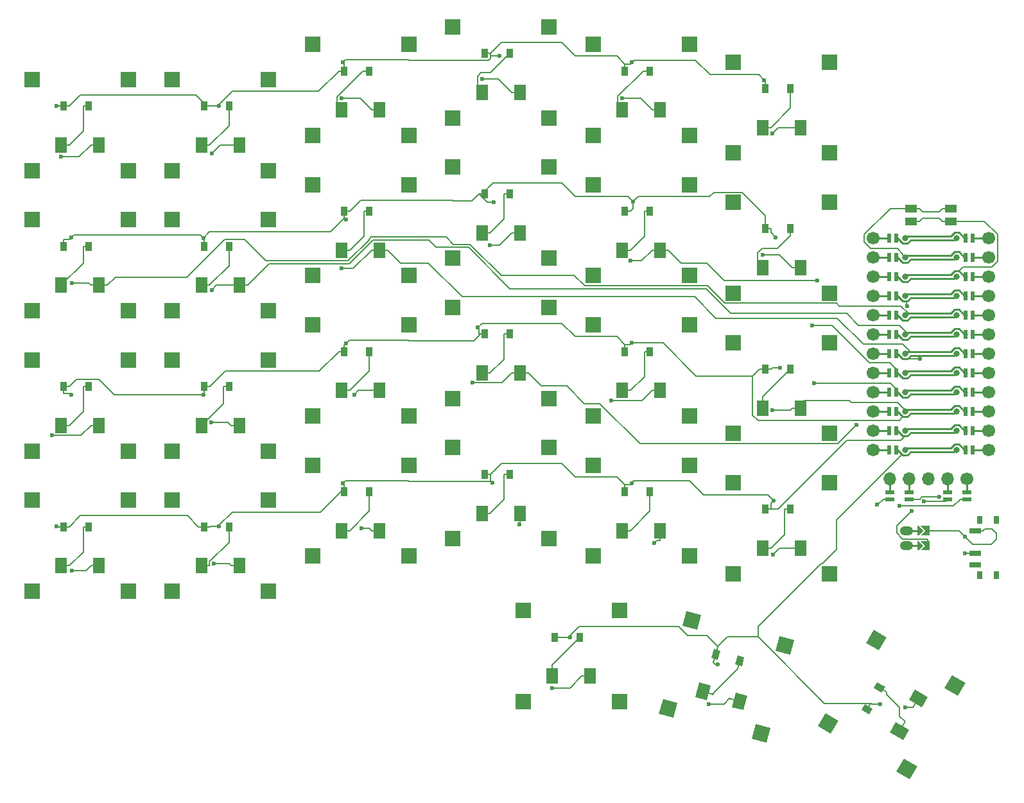
<source format=gbl>
G04 #@! TF.GenerationSoftware,KiCad,Pcbnew,8.0.8+1*
G04 #@! TF.CreationDate,2025-03-02T13:35:21+00:00*
G04 #@! TF.ProjectId,zeph_wireless_autorouted,7a657068-5f77-4697-9265-6c6573735f61,0.2*
G04 #@! TF.SameCoordinates,Original*
G04 #@! TF.FileFunction,Copper,L2,Bot*
G04 #@! TF.FilePolarity,Positive*
%FSLAX46Y46*%
G04 Gerber Fmt 4.6, Leading zero omitted, Abs format (unit mm)*
G04 Created by KiCad (PCBNEW 8.0.8+1) date 2025-03-02 13:35:21*
%MOMM*%
%LPD*%
G01*
G04 APERTURE LIST*
G04 #@! TA.AperFunction,ComponentPad*
%ADD10O,1.700000X1.700000*%
G04 #@! TD*
G04 #@! TA.AperFunction,ComponentPad*
%ADD11C,1.700000*%
G04 #@! TD*
G04 #@! TA.AperFunction,SMDPad,CuDef*
%ADD12R,1.200000X0.600000*%
G04 #@! TD*
G04 #@! TA.AperFunction,SMDPad,CuDef*
%ADD13R,1.550000X1.000000*%
G04 #@! TD*
G04 #@! TA.AperFunction,SMDPad,CuDef*
%ADD14R,0.800000X1.000000*%
G04 #@! TD*
G04 #@! TA.AperFunction,SMDPad,CuDef*
%ADD15R,1.500000X0.700000*%
G04 #@! TD*
G04 #@! TA.AperFunction,SMDPad,CuDef*
%ADD16R,0.600000X1.200000*%
G04 #@! TD*
G04 #@! TA.AperFunction,ComponentPad*
%ADD17C,0.800000*%
G04 #@! TD*
G04 #@! TA.AperFunction,ComponentPad*
%ADD18O,1.750000X1.200000*%
G04 #@! TD*
G04 #@! TA.AperFunction,SMDPad,CuDef*
%ADD19R,1.550000X2.000000*%
G04 #@! TD*
G04 #@! TA.AperFunction,SMDPad,CuDef*
%ADD20R,2.000000X2.000000*%
G04 #@! TD*
G04 #@! TA.AperFunction,SMDPad,CuDef*
%ADD21R,0.900000X1.200000*%
G04 #@! TD*
G04 #@! TA.AperFunction,ViaPad*
%ADD22C,0.600000*%
G04 #@! TD*
G04 #@! TA.AperFunction,Conductor*
%ADD23C,0.200000*%
G04 #@! TD*
G04 #@! TA.AperFunction,Conductor*
%ADD24C,0.250000*%
G04 #@! TD*
G04 APERTURE END LIST*
D10*
X206817000Y-91200000D03*
X209357000Y-91200000D03*
X211897000Y-91200000D03*
X214437000Y-91200000D03*
D11*
X216977000Y-91200000D03*
D12*
X216977000Y-93850000D03*
X214437000Y-93850000D03*
X209357000Y-93850000D03*
X206817000Y-93850000D03*
X216977000Y-92950000D03*
X214437000Y-92950000D03*
X209357000Y-92950000D03*
X206817000Y-92950000D03*
D13*
X209579000Y-55497500D03*
X209579000Y-57197500D03*
X214829000Y-55497500D03*
X214829000Y-57197500D03*
D14*
X218665000Y-96600000D03*
X218665000Y-103900000D03*
X220875000Y-96600000D03*
X220875000Y-103900000D03*
D15*
X218015000Y-98000000D03*
X218015000Y-101000000D03*
X218015000Y-102500000D03*
D16*
X217684000Y-59420000D03*
D11*
X219824000Y-59420000D03*
D16*
X217684000Y-61960000D03*
D11*
X219824000Y-61960000D03*
D16*
X217684000Y-64500000D03*
D11*
X219824000Y-64500000D03*
D16*
X217684000Y-67040000D03*
D11*
X219824000Y-67040000D03*
D16*
X217684000Y-69580000D03*
D11*
X219824000Y-69580000D03*
D16*
X217684000Y-72120000D03*
D11*
X219824000Y-72120000D03*
D16*
X217684000Y-74660000D03*
D11*
X219824000Y-74660000D03*
D16*
X217684000Y-77200000D03*
D11*
X219824000Y-77200000D03*
D16*
X217684000Y-79740000D03*
D11*
X219824000Y-79740000D03*
D16*
X217684000Y-82280000D03*
D11*
X219824000Y-82280000D03*
D16*
X217684000Y-84820000D03*
D11*
X219824000Y-84820000D03*
D16*
X217684000Y-87360000D03*
D11*
X219824000Y-87360000D03*
X204584000Y-87360000D03*
D16*
X206724000Y-87360000D03*
D11*
X204584000Y-84820000D03*
D16*
X206724000Y-84820000D03*
D11*
X204584000Y-82280000D03*
D16*
X206724000Y-82280000D03*
D11*
X204584000Y-79740000D03*
D16*
X206724000Y-79740000D03*
D11*
X204584000Y-77200000D03*
D16*
X206724000Y-77200000D03*
D11*
X204584000Y-74660000D03*
D16*
X206724000Y-74660000D03*
D11*
X204584000Y-72120000D03*
D16*
X206724000Y-72120000D03*
D11*
X204584000Y-69580000D03*
D16*
X206724000Y-69580000D03*
D11*
X204584000Y-67040000D03*
D16*
X206724000Y-67040000D03*
D11*
X204584000Y-64500000D03*
D16*
X206724000Y-64500000D03*
D11*
X204584000Y-61960000D03*
D16*
X206724000Y-61960000D03*
D11*
X204584000Y-59420000D03*
D16*
X206724000Y-59420000D03*
X207624000Y-59420000D03*
D17*
X215604000Y-59420000D03*
D16*
X207624000Y-61960000D03*
D17*
X215604000Y-61960000D03*
D16*
X207624000Y-64500000D03*
D17*
X215604000Y-64500000D03*
D16*
X207624000Y-67040000D03*
D17*
X215604000Y-67040000D03*
D16*
X207624000Y-69580000D03*
D17*
X215604000Y-69580000D03*
D16*
X207624000Y-72120000D03*
D17*
X215604000Y-72120000D03*
D16*
X207624000Y-74660000D03*
D17*
X215604000Y-74660000D03*
D16*
X207624000Y-77200000D03*
D17*
X215604000Y-77200000D03*
D16*
X207624000Y-79740000D03*
D17*
X215604000Y-79740000D03*
D16*
X207624000Y-82280000D03*
D17*
X215604000Y-82280000D03*
D16*
X207624000Y-84820000D03*
D17*
X215604000Y-84820000D03*
D16*
X207624000Y-87360000D03*
D17*
X215604000Y-87360000D03*
X208804000Y-87360000D03*
D16*
X216784000Y-87360000D03*
D17*
X208804000Y-84820000D03*
D16*
X216784000Y-84820000D03*
D17*
X208804000Y-82280000D03*
D16*
X216784000Y-82280000D03*
D17*
X208804000Y-79740000D03*
D16*
X216784000Y-79740000D03*
D17*
X208804000Y-77200000D03*
D16*
X216784000Y-77200000D03*
D17*
X208804000Y-74660000D03*
D16*
X216784000Y-74660000D03*
D17*
X208804000Y-72120000D03*
D16*
X216784000Y-72120000D03*
D17*
X208804000Y-69580000D03*
D16*
X216784000Y-69580000D03*
D17*
X208804000Y-67040000D03*
D16*
X216784000Y-67040000D03*
D17*
X208804000Y-64500000D03*
D16*
X216784000Y-64500000D03*
D17*
X208804000Y-61960000D03*
D16*
X216784000Y-61960000D03*
D17*
X208804000Y-59420000D03*
D16*
X216784000Y-59420000D03*
G04 #@! TA.AperFunction,SMDPad,CuDef*
G36*
X210816000Y-98600000D02*
G01*
X211416000Y-98000000D01*
X210816000Y-97400000D01*
X212066000Y-97400000D01*
X212066000Y-98600000D01*
X210816000Y-98600000D01*
G37*
G04 #@! TD.AperFunction*
G04 #@! TA.AperFunction,SMDPad,CuDef*
G36*
X210816000Y-100600000D02*
G01*
X211416000Y-100000000D01*
X210816000Y-99400000D01*
X212066000Y-99400000D01*
X212066000Y-100600000D01*
X210816000Y-100600000D01*
G37*
G04 #@! TD.AperFunction*
D18*
X209000000Y-100000000D03*
X209000000Y-98000000D03*
G04 #@! TA.AperFunction,SMDPad,CuDef*
G36*
X210600000Y-100600000D02*
G01*
X210400000Y-100600000D01*
X210400000Y-99400000D01*
X210600000Y-99400000D01*
X211200000Y-100000000D01*
X210600000Y-100600000D01*
G37*
G04 #@! TD.AperFunction*
G04 #@! TA.AperFunction,SMDPad,CuDef*
G36*
X210600000Y-98600000D02*
G01*
X210400000Y-98600000D01*
X210400000Y-97400000D01*
X210600000Y-97400000D01*
X211200000Y-98000000D01*
X210600000Y-98600000D01*
G37*
G04 #@! TD.AperFunction*
D19*
X158000000Y-58712500D03*
X153000000Y-58712500D03*
D20*
X149150000Y-50062500D03*
X149150000Y-62062500D03*
X161850000Y-50062500D03*
X161850000Y-62062500D03*
D19*
X176500000Y-79525000D03*
X171500000Y-79525000D03*
D20*
X167650000Y-70875000D03*
X167650000Y-82875000D03*
X180350000Y-70875000D03*
X180350000Y-82875000D03*
D19*
X102500000Y-84150000D03*
X97500000Y-84150000D03*
D20*
X93650000Y-75500000D03*
X93650000Y-87500000D03*
X106350000Y-75500000D03*
X106350000Y-87500000D03*
G04 #@! TA.AperFunction,SMDPad,CuDef*
G36*
X185971532Y-121284592D02*
G01*
X186489171Y-119352740D01*
X187986356Y-119753910D01*
X187468717Y-121685762D01*
X185971532Y-121284592D01*
G37*
G04 #@! TD.AperFunction*
G04 #@! TA.AperFunction,SMDPad,CuDef*
G36*
X181141903Y-119990497D02*
G01*
X181659542Y-118058645D01*
X183156727Y-118459815D01*
X182639088Y-120391667D01*
X181141903Y-119990497D01*
G37*
G04 #@! TD.AperFunction*
G04 #@! TA.AperFunction,SMDPad,CuDef*
G36*
X179444540Y-110580551D02*
G01*
X179962178Y-108648699D01*
X181894030Y-109166337D01*
X181376392Y-111098189D01*
X179444540Y-110580551D01*
G37*
G04 #@! TD.AperFunction*
G04 #@! TA.AperFunction,SMDPad,CuDef*
G36*
X176338712Y-122171661D02*
G01*
X176856350Y-120239809D01*
X178788202Y-120757447D01*
X178270564Y-122689299D01*
X176338712Y-122171661D01*
G37*
G04 #@! TD.AperFunction*
G04 #@! TA.AperFunction,SMDPad,CuDef*
G36*
X191711798Y-113867553D02*
G01*
X192229436Y-111935701D01*
X194161288Y-112453339D01*
X193643650Y-114385191D01*
X191711798Y-113867553D01*
G37*
G04 #@! TD.AperFunction*
G04 #@! TA.AperFunction,SMDPad,CuDef*
G36*
X188605970Y-125458663D02*
G01*
X189123608Y-123526811D01*
X191055460Y-124044449D01*
X190537822Y-125976301D01*
X188605970Y-125458663D01*
G37*
G04 #@! TD.AperFunction*
D21*
X190350000Y-58187500D03*
X193650000Y-58187500D03*
D19*
X158000000Y-95712500D03*
X153000000Y-95712500D03*
D20*
X149150000Y-87062500D03*
X149150000Y-99062500D03*
X161850000Y-87062500D03*
X161850000Y-99062500D03*
D19*
X139500000Y-42525000D03*
X134500000Y-42525000D03*
D20*
X130650000Y-33875000D03*
X130650000Y-45875000D03*
X143350000Y-33875000D03*
X143350000Y-45875000D03*
D19*
X139500000Y-98025000D03*
X134500000Y-98025000D03*
D20*
X130650000Y-89375000D03*
X130650000Y-101375000D03*
X143350000Y-89375000D03*
X143350000Y-101375000D03*
D21*
X97850000Y-60500000D03*
X101150000Y-60500000D03*
X116350000Y-60500000D03*
X119650000Y-60500000D03*
D19*
X158000000Y-40212500D03*
X153000000Y-40212500D03*
D20*
X149150000Y-31562500D03*
X149150000Y-43562500D03*
X161850000Y-31562500D03*
X161850000Y-43562500D03*
D21*
X153350000Y-53562500D03*
X156650000Y-53562500D03*
D19*
X176500000Y-42525000D03*
X171500000Y-42525000D03*
D20*
X167650000Y-33875000D03*
X167650000Y-45875000D03*
X180350000Y-33875000D03*
X180350000Y-45875000D03*
D19*
X121000000Y-102650000D03*
X116000000Y-102650000D03*
D20*
X112150000Y-94000000D03*
X112150000Y-106000000D03*
X124850000Y-94000000D03*
X124850000Y-106000000D03*
D21*
X190350000Y-39687500D03*
X193650000Y-39687500D03*
X171850000Y-74375000D03*
X175150000Y-74375000D03*
G04 #@! TA.AperFunction,SMDPad,CuDef*
G36*
X204068415Y-122248953D02*
G01*
X203029185Y-121648953D01*
X203479185Y-120869531D01*
X204518415Y-121469531D01*
X204068415Y-122248953D01*
G37*
G04 #@! TD.AperFunction*
G04 #@! TA.AperFunction,SMDPad,CuDef*
G36*
X205718415Y-119391069D02*
G01*
X204679185Y-118791069D01*
X205129185Y-118011647D01*
X206168415Y-118611647D01*
X205718415Y-119391069D01*
G37*
G04 #@! TD.AperFunction*
D19*
X102500000Y-47150000D03*
X97500000Y-47150000D03*
D20*
X93650000Y-38500000D03*
X93650000Y-50500000D03*
X106350000Y-38500000D03*
X106350000Y-50500000D03*
D21*
X153350000Y-72062500D03*
X156650000Y-72062500D03*
X153350000Y-35062500D03*
X156650000Y-35062500D03*
D19*
X121000000Y-47150000D03*
X116000000Y-47150000D03*
D20*
X112150000Y-38500000D03*
X112150000Y-50500000D03*
X124850000Y-38500000D03*
X124850000Y-50500000D03*
D21*
X97850000Y-79000000D03*
X101150000Y-79000000D03*
D19*
X195000000Y-81837500D03*
X190000000Y-81837500D03*
D20*
X186150000Y-73187500D03*
X186150000Y-85187500D03*
X198850000Y-73187500D03*
X198850000Y-85187500D03*
D19*
X176500000Y-61025000D03*
X171500000Y-61025000D03*
D20*
X167650000Y-52375000D03*
X167650000Y-64375000D03*
X180350000Y-52375000D03*
X180350000Y-64375000D03*
D19*
X158000000Y-77212500D03*
X153000000Y-77212500D03*
D20*
X149150000Y-68562500D03*
X149150000Y-80562500D03*
X161850000Y-68562500D03*
X161850000Y-80562500D03*
D19*
X195000000Y-44837500D03*
X190000000Y-44837500D03*
D20*
X186150000Y-36187500D03*
X186150000Y-48187500D03*
X198850000Y-36187500D03*
X198850000Y-48187500D03*
D19*
X167250000Y-117212500D03*
X162250000Y-117212500D03*
D20*
X158400000Y-108562500D03*
X158400000Y-120562500D03*
X171100000Y-108562500D03*
X171100000Y-120562500D03*
D21*
X97850000Y-42000000D03*
X101150000Y-42000000D03*
X171850000Y-37375000D03*
X175150000Y-37375000D03*
D19*
X139500000Y-79525000D03*
X134500000Y-79525000D03*
D20*
X130650000Y-70875000D03*
X130650000Y-82875000D03*
X143350000Y-70875000D03*
X143350000Y-82875000D03*
D21*
X97850000Y-97500000D03*
X101150000Y-97500000D03*
D19*
X195000000Y-100337500D03*
X190000000Y-100337500D03*
D20*
X186150000Y-91687500D03*
X186150000Y-103687500D03*
X198850000Y-91687500D03*
X198850000Y-103687500D03*
D19*
X176500000Y-98025000D03*
X171500000Y-98025000D03*
D20*
X167650000Y-89375000D03*
X167650000Y-101375000D03*
X180350000Y-89375000D03*
X180350000Y-101375000D03*
D19*
X102500000Y-102650000D03*
X97500000Y-102650000D03*
D20*
X93650000Y-94000000D03*
X93650000Y-106000000D03*
X106350000Y-94000000D03*
X106350000Y-106000000D03*
G04 #@! TA.AperFunction,SMDPad,CuDef*
G36*
X183230364Y-114804337D02*
G01*
X183540947Y-113645226D01*
X184410280Y-113878163D01*
X184099697Y-115037274D01*
X183230364Y-114804337D01*
G37*
G04 #@! TD.AperFunction*
G04 #@! TA.AperFunction,SMDPad,CuDef*
G36*
X186417920Y-115658437D02*
G01*
X186728503Y-114499326D01*
X187597836Y-114732263D01*
X187287253Y-115891374D01*
X186417920Y-115658437D01*
G37*
G04 #@! TD.AperFunction*
D21*
X134850000Y-37375000D03*
X138150000Y-37375000D03*
X134850000Y-55875000D03*
X138150000Y-55875000D03*
X134850000Y-74375000D03*
X138150000Y-74375000D03*
X153350000Y-90562500D03*
X156650000Y-90562500D03*
X116350000Y-97500000D03*
X119650000Y-97500000D03*
X162600000Y-112062500D03*
X165900000Y-112062500D03*
X171850000Y-55875000D03*
X175150000Y-55875000D03*
X190350000Y-76687500D03*
X193650000Y-76687500D03*
X190350000Y-95187500D03*
X193650000Y-95187500D03*
D19*
X139500000Y-61025000D03*
X134500000Y-61025000D03*
D20*
X130650000Y-52375000D03*
X130650000Y-64375000D03*
X143350000Y-52375000D03*
X143350000Y-64375000D03*
D21*
X134850000Y-92875000D03*
X138150000Y-92875000D03*
G04 #@! TA.AperFunction,SMDPad,CuDef*
G36*
X211037291Y-121278306D02*
G01*
X209305241Y-120278306D01*
X210080241Y-118935966D01*
X211812291Y-119935966D01*
X211037291Y-121278306D01*
G37*
G04 #@! TD.AperFunction*
G04 #@! TA.AperFunction,SMDPad,CuDef*
G36*
X208537292Y-125608434D02*
G01*
X206805242Y-124608434D01*
X207580242Y-123266094D01*
X209312292Y-124266094D01*
X208537292Y-125608434D01*
G37*
G04 #@! TD.AperFunction*
G04 #@! TA.AperFunction,SMDPad,CuDef*
G36*
X199008673Y-124812486D02*
G01*
X197276623Y-123812486D01*
X198276623Y-122080436D01*
X200008673Y-123080436D01*
X199008673Y-124812486D01*
G37*
G04 #@! TD.AperFunction*
G04 #@! TA.AperFunction,SMDPad,CuDef*
G36*
X209400977Y-130812486D02*
G01*
X207668927Y-129812486D01*
X208668927Y-128080436D01*
X210400977Y-129080436D01*
X209400977Y-130812486D01*
G37*
G04 #@! TD.AperFunction*
G04 #@! TA.AperFunction,SMDPad,CuDef*
G36*
X205358673Y-113813964D02*
G01*
X203626623Y-112813964D01*
X204626623Y-111081914D01*
X206358673Y-112081914D01*
X205358673Y-113813964D01*
G37*
G04 #@! TD.AperFunction*
G04 #@! TA.AperFunction,SMDPad,CuDef*
G36*
X215750977Y-119813964D02*
G01*
X214018927Y-118813964D01*
X215018927Y-117081914D01*
X216750977Y-118081914D01*
X215750977Y-119813964D01*
G37*
G04 #@! TD.AperFunction*
X116350000Y-42000000D03*
X119650000Y-42000000D03*
X171850000Y-92875000D03*
X175150000Y-92875000D03*
D19*
X102500000Y-65650000D03*
X97500000Y-65650000D03*
D20*
X93650000Y-57000000D03*
X93650000Y-69000000D03*
X106350000Y-57000000D03*
X106350000Y-69000000D03*
D19*
X195000000Y-63337500D03*
X190000000Y-63337500D03*
D20*
X186150000Y-54687500D03*
X186150000Y-66687500D03*
X198850000Y-54687500D03*
X198850000Y-66687500D03*
D19*
X121000000Y-65650000D03*
X116000000Y-65650000D03*
D20*
X112150000Y-57000000D03*
X112150000Y-69000000D03*
X124850000Y-57000000D03*
X124850000Y-69000000D03*
D19*
X121000000Y-84150000D03*
X116000000Y-84150000D03*
D20*
X112150000Y-75500000D03*
X112150000Y-87500000D03*
X124850000Y-75500000D03*
X124850000Y-87500000D03*
D21*
X116350000Y-79000000D03*
X119650000Y-79000000D03*
D22*
X97500000Y-48706500D03*
X96273900Y-85451700D03*
X98877500Y-65335100D03*
X98896300Y-103323700D03*
X117304600Y-83739700D03*
X117659300Y-102368700D03*
X117337100Y-66273100D03*
X117337100Y-48256500D03*
X137065800Y-97733800D03*
X134448000Y-63416400D03*
X136131500Y-80079800D03*
X134500000Y-41010700D03*
X154076700Y-60332100D03*
X202394500Y-84101300D03*
X157925300Y-97228800D03*
X151719700Y-78514200D03*
X162250000Y-118804100D03*
X153000000Y-38393300D03*
X170002200Y-80826700D03*
X197240300Y-65010300D03*
X172614800Y-62412900D03*
X175714700Y-99658500D03*
X182932400Y-120856900D03*
X171500000Y-41010700D03*
X191398300Y-101150000D03*
X190000000Y-61633900D03*
X191277700Y-82122300D03*
X191277700Y-45639100D03*
X208854900Y-121341700D03*
X154350000Y-91679200D03*
X134603700Y-91766300D03*
X96898000Y-97479300D03*
X191460800Y-94073300D03*
X172726600Y-91764700D03*
X118315200Y-97479300D03*
X98854900Y-80103900D03*
X116241800Y-80108200D03*
X192338200Y-76533300D03*
X172726600Y-73264400D03*
X135098300Y-73271900D03*
X152467000Y-71179500D03*
X172916100Y-54617900D03*
X154530200Y-54696200D03*
X98850000Y-59377000D03*
X135098300Y-56977300D03*
X191725900Y-59319000D03*
X116241800Y-59391800D03*
X196759500Y-78546700D03*
X96888200Y-41957500D03*
X172749800Y-36270200D03*
X118309200Y-41957500D03*
X190210700Y-38563000D03*
X196530500Y-70952900D03*
X155310300Y-35389200D03*
X134603700Y-36255400D03*
X164575900Y-112090300D03*
X205525400Y-120856900D03*
X184050300Y-115665600D03*
X216668100Y-101000000D03*
X209666000Y-95435500D03*
X211270100Y-94150800D03*
X209074700Y-68375000D03*
X205049100Y-94557100D03*
X213319900Y-93549100D03*
X208087000Y-94752900D03*
X210802400Y-75385000D03*
X216708000Y-98803400D03*
D23*
X182712500Y-65676700D02*
X185025000Y-67989200D01*
X121703300Y-59598300D02*
X124517900Y-62412900D01*
D24*
X216629000Y-69580000D02*
X215904000Y-68855000D01*
D23*
X165168000Y-64319700D02*
X166525000Y-65676700D01*
D24*
X215304000Y-68855000D02*
X214799000Y-69360000D01*
D23*
X101108400Y-65335100D02*
X98877500Y-65335100D01*
X101423300Y-102650000D02*
X100749600Y-103323700D01*
X148236200Y-59272600D02*
X149209500Y-60245900D01*
X101423300Y-65650000D02*
X101108400Y-65335100D01*
X102500000Y-47150000D02*
X101423300Y-47150000D01*
X209024000Y-69360000D02*
X208804000Y-69580000D01*
X151447900Y-60245900D02*
X155521600Y-64319600D01*
X149209500Y-60245900D02*
X151447900Y-60245900D01*
X138375900Y-59272600D02*
X148236200Y-59272600D01*
X101961700Y-65650000D02*
X102500000Y-65650000D01*
X135335600Y-62412900D02*
X138075700Y-59672800D01*
X119065400Y-59598300D02*
X121703300Y-59598300D01*
D24*
X214799000Y-69360000D02*
X209208900Y-69360000D01*
D23*
X99866800Y-48706500D02*
X97500000Y-48706500D01*
D24*
X215904000Y-68855000D02*
X215304000Y-68855000D01*
D23*
X102500000Y-65650000D02*
X103576700Y-65650000D01*
X104653400Y-64573300D02*
X114090400Y-64573300D01*
X165168000Y-64319600D02*
X165168000Y-64319700D01*
X185025000Y-67989200D02*
X199713100Y-67989200D01*
X166525000Y-65676700D02*
X182712500Y-65676700D01*
X155521600Y-64319600D02*
X165168000Y-64319600D01*
X124517900Y-62412900D02*
X135335600Y-62412900D01*
X100121600Y-85451700D02*
X96273900Y-85451700D01*
X102500000Y-84150000D02*
X101423300Y-84150000D01*
X114090400Y-64573300D02*
X119065400Y-59598300D01*
X101423300Y-47150000D02*
X99866800Y-48706500D01*
X101423300Y-84150000D02*
X100121600Y-85451700D01*
D24*
X209208900Y-69360000D02*
X209024000Y-69360000D01*
D23*
X102500000Y-102650000D02*
X101423300Y-102650000D01*
X103576700Y-65650000D02*
X104653400Y-64573300D01*
X101961700Y-65650000D02*
X101423300Y-65650000D01*
X138075700Y-59672800D02*
X138075700Y-59572800D01*
X208234700Y-68385800D02*
X209208900Y-69360000D01*
X199713100Y-67989200D02*
X200109700Y-68385800D01*
D24*
X216784000Y-69580000D02*
X216629000Y-69580000D01*
D23*
X100749600Y-103323700D02*
X98896300Y-103323700D01*
X200109700Y-68385800D02*
X208234700Y-68385800D01*
D24*
X216979000Y-69580000D02*
X216784000Y-69580000D01*
D23*
X138075700Y-59572800D02*
X138375900Y-59272600D01*
X97500000Y-102650000D02*
X98576700Y-102650000D01*
X100398300Y-100828400D02*
X98576700Y-102650000D01*
X101150000Y-97500000D02*
X100398300Y-97500000D01*
X100398300Y-97500000D02*
X100398300Y-100828400D01*
X100398300Y-79000000D02*
X100398300Y-82328400D01*
X97500000Y-84150000D02*
X98576700Y-84150000D01*
X101150000Y-79000000D02*
X100398300Y-79000000D01*
X100398300Y-82328400D02*
X98576700Y-84150000D01*
X100398300Y-62751700D02*
X97500000Y-65650000D01*
X101150000Y-60500000D02*
X100398300Y-60500000D01*
X100398300Y-60500000D02*
X100398300Y-62751700D01*
X97500000Y-47150000D02*
X98576700Y-47150000D01*
X101150000Y-42000000D02*
X100398300Y-42000000D01*
X100398300Y-45328400D02*
X98576700Y-47150000D01*
X100398300Y-42000000D02*
X100398300Y-45328400D01*
X119513000Y-83739700D02*
X117304600Y-83739700D01*
X185826400Y-69358600D02*
X201082500Y-69358600D01*
X201082500Y-69358600D02*
X202650500Y-70926600D01*
D24*
X216979000Y-72120000D02*
X216784000Y-72120000D01*
D23*
X202650500Y-70926600D02*
X208050600Y-70926600D01*
X121000000Y-47150000D02*
X118443600Y-47150000D01*
D24*
X214799000Y-71900000D02*
X209024000Y-71900000D01*
D23*
X146001200Y-59721800D02*
X146927000Y-60647600D01*
D24*
X216629000Y-72120000D02*
X215904000Y-71395000D01*
D23*
X121000000Y-65650000D02*
X122076700Y-65650000D01*
X118443600Y-47150000D02*
X117337100Y-48256500D01*
X119923300Y-84150000D02*
X119513000Y-83739700D01*
X208050600Y-70926600D02*
X209024000Y-71900000D01*
X117960200Y-65650000D02*
X121000000Y-65650000D01*
X182546200Y-66078400D02*
X185826400Y-69358600D01*
X119642000Y-102368700D02*
X119923300Y-102650000D01*
X117659300Y-102368700D02*
X119642000Y-102368700D01*
X135501900Y-62814600D02*
X138594700Y-59721800D01*
D24*
X215904000Y-71395000D02*
X215304000Y-71395000D01*
D23*
X124912100Y-62814600D02*
X135501900Y-62814600D01*
X117337100Y-66273100D02*
X117960200Y-65650000D01*
X138594700Y-59721800D02*
X146001200Y-59721800D01*
X146927000Y-60647600D02*
X151199000Y-60647600D01*
D24*
X216784000Y-72120000D02*
X216629000Y-72120000D01*
D23*
X209024000Y-71900000D02*
X208804000Y-72120000D01*
X121000000Y-84150000D02*
X119923300Y-84150000D01*
X122076700Y-65650000D02*
X124912100Y-62814600D01*
X151199000Y-60647600D02*
X156629800Y-66078400D01*
D24*
X215304000Y-71395000D02*
X214799000Y-71900000D01*
D23*
X121000000Y-102650000D02*
X119923300Y-102650000D01*
X156629800Y-66078400D02*
X182546200Y-66078400D01*
X119650000Y-97500000D02*
X119650000Y-99527200D01*
X117057600Y-102119600D02*
X117057600Y-102617800D01*
X116000000Y-102650000D02*
X117076700Y-102650000D01*
X117083200Y-102643500D02*
X117076700Y-102650000D01*
X117083200Y-102643400D02*
X117083200Y-102643500D01*
X119650000Y-99527200D02*
X117057600Y-102119600D01*
X117057600Y-102617800D02*
X117083200Y-102643400D01*
X118898300Y-81251700D02*
X116000000Y-84150000D01*
X118898300Y-79000000D02*
X118898300Y-81251700D01*
X119650000Y-79000000D02*
X118898300Y-79000000D01*
X119650000Y-60500000D02*
X119650000Y-63076700D01*
X119650000Y-63076700D02*
X117076700Y-65650000D01*
X116000000Y-65650000D02*
X117076700Y-65650000D01*
X119650000Y-42000000D02*
X119650000Y-44576700D01*
X119650000Y-44576700D02*
X117076700Y-47150000D01*
X116000000Y-47150000D02*
X117076700Y-47150000D01*
X181038200Y-67162900D02*
X183851800Y-69976500D01*
X140038400Y-61025000D02*
X139500000Y-61025000D01*
X136909000Y-41010700D02*
X134500000Y-41010700D01*
X140038400Y-61025000D02*
X140576700Y-61025000D01*
D24*
X216784000Y-74660000D02*
X216629000Y-74660000D01*
D23*
X140576700Y-61025000D02*
X142306700Y-62755000D01*
X150352200Y-67162900D02*
X181038200Y-67162900D01*
X138423300Y-98025000D02*
X138132100Y-97733800D01*
D24*
X215304000Y-73935000D02*
X214799000Y-74440000D01*
D23*
X139500000Y-98025000D02*
X138423300Y-98025000D01*
X134448000Y-63416400D02*
X136031900Y-63416400D01*
X138132100Y-97733800D02*
X137065800Y-97733800D01*
X183851800Y-69976500D02*
X199881200Y-69976500D01*
D24*
X214799000Y-74440000D02*
X209497700Y-74440000D01*
D23*
X199881200Y-69976500D02*
X203294700Y-73390000D01*
X139500000Y-61025000D02*
X138423300Y-61025000D01*
D24*
X215904000Y-73935000D02*
X215304000Y-73935000D01*
D23*
X139500000Y-79525000D02*
X136686300Y-79525000D01*
X208447700Y-73390000D02*
X209497700Y-74440000D01*
X136686300Y-79525000D02*
X136131500Y-80079800D01*
X145944300Y-62755000D02*
X150352200Y-67162900D01*
D24*
X216629000Y-74660000D02*
X215904000Y-73935000D01*
D23*
X136031900Y-63416400D02*
X138423300Y-61025000D01*
X209024000Y-74440000D02*
X208804000Y-74660000D01*
X138423300Y-42525000D02*
X136909000Y-41010700D01*
D24*
X209497700Y-74440000D02*
X209024000Y-74440000D01*
D23*
X203294700Y-73390000D02*
X208447700Y-73390000D01*
X139500000Y-42525000D02*
X138423300Y-42525000D01*
D24*
X216979000Y-74660000D02*
X216784000Y-74660000D01*
D23*
X142306700Y-62755000D02*
X145944300Y-62755000D01*
X134500000Y-98025000D02*
X135576700Y-98025000D01*
X138150000Y-92875000D02*
X138150000Y-95451700D01*
X138150000Y-95451700D02*
X135576700Y-98025000D01*
X134500000Y-79525000D02*
X135576700Y-79525000D01*
X138150000Y-74375000D02*
X138150000Y-76951700D01*
X138150000Y-76951700D02*
X135576700Y-79525000D01*
X138150000Y-55875000D02*
X137398300Y-55875000D01*
X137398300Y-59203400D02*
X135576700Y-61025000D01*
X134500000Y-61025000D02*
X135576700Y-61025000D01*
X137398300Y-55875000D02*
X137398300Y-59203400D01*
X133849300Y-41874300D02*
X134500000Y-42525000D01*
X137249100Y-37375000D02*
X133849300Y-40774800D01*
X138150000Y-37375000D02*
X137249100Y-37375000D01*
X133849300Y-40774800D02*
X133849300Y-41874300D01*
X158000000Y-58712500D02*
X156923300Y-58712500D01*
D24*
X216629000Y-77200000D02*
X215904000Y-76475000D01*
D23*
X157461700Y-77212500D02*
X158000000Y-77212500D01*
X156923300Y-40212500D02*
X155104100Y-38393300D01*
X168540100Y-81266600D02*
X166487700Y-81266600D01*
X158000000Y-95712500D02*
X158000000Y-97154100D01*
X164163600Y-78942500D02*
X160806700Y-78942500D01*
D24*
X216979000Y-77200000D02*
X216784000Y-77200000D01*
D23*
X156923300Y-77212500D02*
X155621600Y-78514200D01*
X155104100Y-38393300D02*
X153000000Y-38393300D01*
X199964700Y-86531100D02*
X173804600Y-86531100D01*
X164581700Y-118804100D02*
X162250000Y-118804100D01*
X202394500Y-84101300D02*
X199964700Y-86531100D01*
X158000000Y-77212500D02*
X159076700Y-77212500D01*
D24*
X215304000Y-76475000D02*
X214799000Y-76980000D01*
D23*
X167250000Y-117212500D02*
X166173300Y-117212500D01*
D24*
X214799000Y-76980000D02*
X209024000Y-76980000D01*
D23*
X155621600Y-78514200D02*
X151719700Y-78514200D01*
X155303700Y-60332100D02*
X154076700Y-60332100D01*
X158000000Y-97154100D02*
X157925300Y-97228800D01*
X158000000Y-40212500D02*
X156923300Y-40212500D01*
D24*
X216784000Y-77200000D02*
X216629000Y-77200000D01*
D23*
X156923300Y-58712500D02*
X155303700Y-60332100D01*
X166487700Y-81266600D02*
X164163600Y-78942500D01*
X166173300Y-117212500D02*
X164581700Y-118804100D01*
X157461700Y-77212500D02*
X156923300Y-77212500D01*
X160806700Y-78942500D02*
X159076700Y-77212500D01*
X209024000Y-76980000D02*
X208804000Y-77200000D01*
X173804600Y-86531100D02*
X168540100Y-81266600D01*
D24*
X215904000Y-76475000D02*
X215304000Y-76475000D01*
D23*
X153000000Y-95712500D02*
X154076700Y-95712500D01*
X155898300Y-90562500D02*
X155898300Y-93890900D01*
X155898300Y-93890900D02*
X154076700Y-95712500D01*
X156650000Y-90562500D02*
X155898300Y-90562500D01*
X153000000Y-77212500D02*
X154076700Y-77212500D01*
X155898300Y-72062500D02*
X155898300Y-75390900D01*
X155898300Y-75390900D02*
X154076700Y-77212500D01*
X156650000Y-72062500D02*
X155898300Y-72062500D01*
X155898300Y-56890900D02*
X154076700Y-58712500D01*
X153000000Y-58712500D02*
X154076700Y-58712500D01*
X155898300Y-53562500D02*
X155898300Y-56890900D01*
X156650000Y-53562500D02*
X155898300Y-53562500D01*
X154103100Y-37609400D02*
X152882700Y-37609400D01*
X152385500Y-39598000D02*
X153000000Y-40212500D01*
X152882700Y-37609400D02*
X152385500Y-38106600D01*
X152385500Y-38106600D02*
X152385500Y-39598000D01*
X156650000Y-35062500D02*
X154103100Y-37609400D01*
X185602000Y-120150400D02*
X184895500Y-120856900D01*
X175423300Y-61025000D02*
X174035400Y-62412900D01*
X176500000Y-79525000D02*
X175423300Y-79525000D01*
X174035400Y-62412900D02*
X172614800Y-62412900D01*
X175423300Y-42525000D02*
X173909000Y-41010700D01*
X176500000Y-61025000D02*
X177576700Y-61025000D01*
D24*
X216784000Y-79740000D02*
X216629000Y-79740000D01*
X215904000Y-79015000D02*
X215304000Y-79015000D01*
D23*
X184918900Y-65010300D02*
X197240300Y-65010300D01*
D24*
X216629000Y-79740000D02*
X215904000Y-79015000D01*
D23*
X182663600Y-62755000D02*
X184918900Y-65010300D01*
X176500000Y-42525000D02*
X175423300Y-42525000D01*
X176500000Y-98025000D02*
X176500000Y-99326700D01*
D24*
X215304000Y-79015000D02*
X214799000Y-79520000D01*
D23*
X176046500Y-99326700D02*
X175714700Y-99658500D01*
X179306700Y-62755000D02*
X182663600Y-62755000D01*
X173909000Y-41010700D02*
X171500000Y-41010700D01*
X184895500Y-120856900D02*
X182932400Y-120856900D01*
D24*
X216979000Y-79740000D02*
X216784000Y-79740000D01*
X214799000Y-79520000D02*
X209024000Y-79520000D01*
D23*
X209024000Y-79520000D02*
X208804000Y-79740000D01*
X186978900Y-120519300D02*
X185602000Y-120150400D01*
X177576700Y-61025000D02*
X179306700Y-62755000D01*
X176500000Y-99326700D02*
X176046500Y-99326700D01*
X175423300Y-79525000D02*
X174121600Y-80826700D01*
X174121600Y-80826700D02*
X170002200Y-80826700D01*
X176500000Y-61025000D02*
X175423300Y-61025000D01*
X175150000Y-95451700D02*
X172576700Y-98025000D01*
X171500000Y-98025000D02*
X172576700Y-98025000D01*
X175150000Y-92875000D02*
X175150000Y-95451700D01*
X175150000Y-74375000D02*
X174398300Y-74375000D01*
X171500000Y-79525000D02*
X172576700Y-79525000D01*
X174398300Y-74375000D02*
X174398300Y-77703400D01*
X174398300Y-77703400D02*
X172576700Y-79525000D01*
X174398300Y-55875000D02*
X174398300Y-59203400D01*
X174398300Y-59203400D02*
X172576700Y-61025000D01*
X171500000Y-61025000D02*
X172576700Y-61025000D01*
X175150000Y-55875000D02*
X174398300Y-55875000D01*
X170876400Y-40751000D02*
X170876400Y-41901400D01*
X170876400Y-41901400D02*
X171500000Y-42525000D01*
X174252400Y-37375000D02*
X170876400Y-40751000D01*
X175150000Y-37375000D02*
X174252400Y-37375000D01*
D24*
X214799000Y-82060000D02*
X209024000Y-82060000D01*
D23*
X193638500Y-82122300D02*
X191277700Y-82122300D01*
D24*
X216979000Y-82280000D02*
X216784000Y-82280000D01*
D23*
X195000000Y-63337500D02*
X193923300Y-63337500D01*
D24*
X215904000Y-81555000D02*
X215304000Y-81555000D01*
D23*
X207825100Y-81114700D02*
X208804000Y-82093600D01*
X208804000Y-82093600D02*
X208804000Y-82280000D01*
X195000000Y-44837500D02*
X192079300Y-44837500D01*
X192210800Y-100337500D02*
X191398300Y-101150000D01*
X195467600Y-80831600D02*
X201456700Y-80831600D01*
X201739800Y-81114700D02*
X207825100Y-81114700D01*
D24*
X216784000Y-82280000D02*
X216629000Y-82280000D01*
D23*
X193923300Y-81837500D02*
X193638500Y-82122300D01*
D24*
X215304000Y-81555000D02*
X214799000Y-82060000D01*
D23*
X195000000Y-100337500D02*
X192210800Y-100337500D01*
X192079300Y-44837500D02*
X191277700Y-45639100D01*
X201456700Y-80831600D02*
X201739800Y-81114700D01*
X210558800Y-120107100D02*
X209846000Y-121341800D01*
X192219700Y-61633900D02*
X190000000Y-61633900D01*
X209846000Y-121341800D02*
X209845900Y-121341700D01*
X195000000Y-81837500D02*
X194461700Y-81837500D01*
X194461700Y-81837500D02*
X195467600Y-80831600D01*
D24*
X216629000Y-82280000D02*
X215904000Y-81555000D01*
D23*
X209024000Y-82060000D02*
X208804000Y-82280000D01*
X209845900Y-121341700D02*
X208854900Y-121341700D01*
X193923300Y-63337500D02*
X192219700Y-61633900D01*
X194461700Y-81837500D02*
X193923300Y-81837500D01*
X190000000Y-100337500D02*
X191076700Y-100337500D01*
X192898300Y-98515900D02*
X191076700Y-100337500D01*
X192898300Y-95187500D02*
X192898300Y-98515900D01*
X193650000Y-95187500D02*
X192898300Y-95187500D01*
X193650000Y-76687500D02*
X190000000Y-80337500D01*
X190000000Y-80337500D02*
X190000000Y-81837500D01*
X193650000Y-59089200D02*
X191954700Y-60784500D01*
X189365000Y-61384600D02*
X189365000Y-62702500D01*
X189365000Y-62702500D02*
X190000000Y-63337500D01*
X193650000Y-58187500D02*
X193650000Y-59089200D01*
X191954700Y-60784500D02*
X189965100Y-60784500D01*
X189965100Y-60784500D02*
X189365000Y-61384600D01*
X193650000Y-39687500D02*
X193650000Y-42264200D01*
X193650000Y-42264200D02*
X191076700Y-44837500D01*
X190000000Y-44837500D02*
X191076700Y-44837500D01*
X162250000Y-115712500D02*
X162250000Y-117212500D01*
X165900000Y-112062500D02*
X162250000Y-115712500D01*
X182149300Y-119225200D02*
X183526200Y-119594100D01*
X186722400Y-116260900D02*
X183526200Y-119457100D01*
X187007900Y-115195400D02*
X186722400Y-116260900D01*
X183526200Y-119457100D02*
X183526200Y-119594100D01*
X205423800Y-118701400D02*
X206379200Y-119253000D01*
X206379100Y-119253100D02*
X206379100Y-119656700D01*
X206379200Y-119253000D02*
X206379100Y-119253100D01*
X208058800Y-122489900D02*
X208771600Y-123202700D01*
X208058800Y-124437300D02*
X208771600Y-123202700D01*
X208058800Y-121336400D02*
X208058800Y-122489900D01*
X206379100Y-119656700D02*
X208058800Y-121336400D01*
X215374000Y-85050000D02*
X215604000Y-84820000D01*
X143406500Y-91474800D02*
X154101700Y-91474800D01*
X134810700Y-91973300D02*
X134850000Y-91973300D01*
X100057900Y-96043800D02*
X98601700Y-97500000D01*
X191101700Y-94432400D02*
X191460800Y-94073300D01*
X173038300Y-91453000D02*
X172726600Y-91764700D01*
X120069100Y-95558400D02*
X118315200Y-97312300D01*
X154101700Y-91474800D02*
X154101700Y-90562500D01*
D24*
X207429000Y-84820000D02*
X207624000Y-84820000D01*
D23*
X117122400Y-97479300D02*
X117101700Y-97500000D01*
X201115100Y-86090000D02*
X208259000Y-86090000D01*
X134850000Y-92424100D02*
X134850000Y-91973300D01*
D24*
X208504000Y-85545000D02*
X208804000Y-85545000D01*
D23*
X154101700Y-90562500D02*
X155557900Y-89106300D01*
X116350000Y-97500000D02*
X115598300Y-97500000D01*
X116725900Y-97500000D02*
X117101700Y-97500000D01*
X170798600Y-90921900D02*
X171850000Y-91973300D01*
X180384700Y-91453000D02*
X173038300Y-91453000D01*
X171850000Y-91973300D02*
X172518000Y-91973300D01*
X116725900Y-97500000D02*
X116350000Y-97500000D01*
D24*
X207779000Y-84820000D02*
X208504000Y-85545000D01*
D23*
X171850000Y-92875000D02*
X171850000Y-91973300D01*
X96898000Y-97479300D02*
X97077600Y-97479300D01*
X191460800Y-94073300D02*
X190708300Y-93320800D01*
X165296600Y-90921900D02*
X170798600Y-90921900D01*
X182252500Y-93320800D02*
X180384700Y-91453000D01*
X154101700Y-91474800D02*
X154145600Y-91474800D01*
X191101700Y-95187500D02*
X192017600Y-95187500D01*
X134850000Y-92875000D02*
X134850000Y-92424100D01*
X134962900Y-91407100D02*
X143338800Y-91407100D01*
X208259000Y-86090000D02*
X208804000Y-85545000D01*
X192017600Y-95187500D02*
X201115100Y-86090000D01*
X190708300Y-93320800D02*
X182252500Y-93320800D01*
D24*
X209104000Y-85545000D02*
X209599000Y-85050000D01*
D23*
X190350000Y-95187500D02*
X191101700Y-95187500D01*
X134603700Y-91766300D02*
X134810700Y-91973300D01*
D24*
X207624000Y-84820000D02*
X207779000Y-84820000D01*
D23*
X191101700Y-95187500D02*
X191101700Y-94432400D01*
X97077600Y-97479300D02*
X97098300Y-97500000D01*
X154145600Y-91474800D02*
X154350000Y-91679200D01*
X118315200Y-97312300D02*
X118315200Y-97479300D01*
X131715700Y-95558400D02*
X120069100Y-95558400D01*
X97850000Y-97500000D02*
X97098300Y-97500000D01*
X134850000Y-92424100D02*
X131715700Y-95558400D01*
X114142100Y-96043800D02*
X100057900Y-96043800D01*
X115598300Y-97500000D02*
X114142100Y-96043800D01*
X163481000Y-89106300D02*
X165296600Y-90921900D01*
X172518000Y-91973300D02*
X172726600Y-91764700D01*
D24*
X209599000Y-85050000D02*
X215374000Y-85050000D01*
X208804000Y-85545000D02*
X209104000Y-85545000D01*
D23*
X143338800Y-91407100D02*
X143406500Y-91474800D01*
X97850000Y-97500000D02*
X98601700Y-97500000D01*
X155557900Y-89106300D02*
X163481000Y-89106300D01*
X134603700Y-91766300D02*
X134962900Y-91407100D01*
X118315200Y-97479300D02*
X117122400Y-97479300D01*
X153350000Y-90562500D02*
X154101700Y-90562500D01*
X134896900Y-73473300D02*
X135098300Y-73271900D01*
X116350000Y-79000000D02*
X116350000Y-80000000D01*
X190725900Y-76687500D02*
X191101700Y-76687500D01*
X191255900Y-76533300D02*
X191101700Y-76687500D01*
X151939800Y-72974800D02*
X143406500Y-72974800D01*
X119158000Y-76943700D02*
X131529600Y-76943700D01*
X188682500Y-77603300D02*
X181191400Y-77603300D01*
X172517700Y-73473300D02*
X172726600Y-73264400D01*
X152467000Y-71179500D02*
X152598300Y-71310800D01*
X152598300Y-71310800D02*
X152598300Y-72062500D01*
D24*
X207779000Y-82280000D02*
X208504000Y-83005000D01*
D23*
X116350000Y-80000000D02*
X116241800Y-80108200D01*
X104474600Y-80108200D02*
X102456300Y-78089900D01*
X165296600Y-72421900D02*
X170798600Y-72421900D01*
X97850000Y-79000000D02*
X98601700Y-79000000D01*
X171850000Y-74375000D02*
X171850000Y-73473300D01*
X98652700Y-79901700D02*
X98854900Y-80103900D01*
X97850000Y-79000000D02*
X97850000Y-79901700D01*
X134850000Y-73473300D02*
X134896900Y-73473300D01*
D24*
X208504000Y-83005000D02*
X208504200Y-83005000D01*
D23*
X208027300Y-83481900D02*
X189407800Y-83481900D01*
X131529600Y-76943700D02*
X134098300Y-74375000D01*
X170798600Y-72421900D02*
X171850000Y-73473300D01*
D24*
X207624000Y-82280000D02*
X207779000Y-82280000D01*
D23*
X189598300Y-76687500D02*
X188682500Y-77603300D01*
X171850000Y-73473300D02*
X172517700Y-73473300D01*
X143338800Y-72907100D02*
X135463100Y-72907100D01*
X190350000Y-76687500D02*
X189598300Y-76687500D01*
X192338200Y-76533300D02*
X191255900Y-76533300D01*
X181191400Y-77603300D02*
X176852500Y-73264400D01*
X99511800Y-78089900D02*
X98601700Y-79000000D01*
X152467000Y-71179500D02*
X152996300Y-70650200D01*
X116241800Y-80108200D02*
X104474600Y-80108200D01*
D24*
X209104000Y-83005000D02*
X209599000Y-82510000D01*
D23*
X135463100Y-72907100D02*
X135098300Y-73271900D01*
D24*
X207429000Y-82280000D02*
X207624000Y-82280000D01*
D23*
X134850000Y-74375000D02*
X134098300Y-74375000D01*
X117101700Y-79000000D02*
X119158000Y-76943700D01*
X97850000Y-79901700D02*
X98652700Y-79901700D01*
X143406500Y-72974800D02*
X143338800Y-72907100D01*
X152852100Y-72062500D02*
X151939800Y-72974800D01*
X190725900Y-76687500D02*
X190350000Y-76687500D01*
D24*
X208504200Y-83005000D02*
X209104000Y-83005000D01*
D23*
X152996300Y-70650200D02*
X163524900Y-70650200D01*
X116350000Y-79000000D02*
X117101700Y-79000000D01*
X134850000Y-74375000D02*
X134850000Y-73473300D01*
X153350000Y-72062500D02*
X152974200Y-72062500D01*
X163524900Y-70650200D02*
X165296600Y-72421900D01*
X102456300Y-78089900D02*
X99511800Y-78089900D01*
X152852100Y-72062500D02*
X152598300Y-72062500D01*
X189407800Y-83481900D02*
X188682500Y-82756600D01*
X215374000Y-82510000D02*
X215604000Y-82280000D01*
X152974200Y-72062500D02*
X152852100Y-72062500D01*
D24*
X209599000Y-82510000D02*
X215374000Y-82510000D01*
D23*
X188682500Y-82756600D02*
X188682500Y-77603300D01*
X208504200Y-83005000D02*
X208027300Y-83481900D01*
X176852500Y-73264400D02*
X172726600Y-73264400D01*
X98628700Y-59598300D02*
X98850000Y-59377000D01*
X99209400Y-59017600D02*
X115867600Y-59017600D01*
X116350000Y-60500000D02*
X116350000Y-59500000D01*
X171850000Y-55875000D02*
X172601700Y-55875000D01*
X163481000Y-52106300D02*
X165296600Y-53921900D01*
D24*
X209599000Y-79970000D02*
X215374000Y-79970000D01*
D23*
X154430400Y-52106300D02*
X163481000Y-52106300D01*
X153350000Y-53562500D02*
X152974200Y-53562500D01*
D24*
X208504000Y-80465000D02*
X209104000Y-80465000D01*
D23*
X152598300Y-53562500D02*
X153732000Y-54696200D01*
X172916100Y-54617900D02*
X172916100Y-55560600D01*
X134897700Y-56776700D02*
X135098300Y-56977300D01*
X191101700Y-58187500D02*
X191101700Y-58694800D01*
X151668100Y-54492700D02*
X152598300Y-53562500D01*
X97850000Y-60500000D02*
X97850000Y-59598300D01*
D24*
X209104000Y-80465000D02*
X209599000Y-79970000D01*
D23*
X215374000Y-79970000D02*
X215604000Y-79740000D01*
X172220100Y-53921900D02*
X172916100Y-54617900D01*
X191101700Y-58694800D02*
X191725900Y-59319000D01*
X190350000Y-58187500D02*
X190350000Y-56455600D01*
X137037000Y-54439700D02*
X149177700Y-54439700D01*
X190725900Y-58187500D02*
X191101700Y-58187500D01*
X152974200Y-53562500D02*
X154430400Y-52106300D01*
X165296600Y-53921900D02*
X172220100Y-53921900D01*
X206861000Y-78546700D02*
X196759500Y-78546700D01*
D24*
X207429000Y-79740000D02*
X207526500Y-79740000D01*
D23*
X117075200Y-58558400D02*
X116241800Y-59391800D01*
X183005900Y-53933400D02*
X173600600Y-53933400D01*
D24*
X207526500Y-79740000D02*
X207624000Y-79740000D01*
D23*
X149177700Y-54439700D02*
X149230700Y-54492700D01*
X98850000Y-59377000D02*
X99209400Y-59017600D01*
X207526500Y-79740000D02*
X207526500Y-79212200D01*
X173600600Y-53933400D02*
X172916100Y-54617900D01*
X152974200Y-53562500D02*
X152598300Y-53562500D01*
X190725900Y-58187500D02*
X190350000Y-58187500D01*
X183553500Y-53385800D02*
X183005900Y-53933400D01*
D24*
X207779000Y-79740000D02*
X208504000Y-80465000D01*
D23*
X153732000Y-54696200D02*
X154530200Y-54696200D01*
X149230700Y-54492700D02*
X151668100Y-54492700D01*
X115867600Y-59017600D02*
X116241800Y-59391800D01*
X134850000Y-55875000D02*
X135601700Y-55875000D01*
D24*
X207624000Y-79740000D02*
X207779000Y-79740000D01*
D23*
X187280200Y-53385800D02*
X183553500Y-53385800D01*
X190350000Y-56455600D02*
X187280200Y-53385800D01*
X134850000Y-56776700D02*
X134897700Y-56776700D01*
X97850000Y-59598300D02*
X98628700Y-59598300D01*
X134850000Y-56325800D02*
X134850000Y-55875000D01*
X172916100Y-55560600D02*
X172601700Y-55875000D01*
X116350000Y-59500000D02*
X116241800Y-59391800D01*
X135601700Y-55875000D02*
X137037000Y-54439700D01*
X207526500Y-79212200D02*
X206861000Y-78546700D01*
X133068300Y-58558400D02*
X117075200Y-58558400D01*
X134850000Y-56776700D02*
X133068300Y-58558400D01*
X134850000Y-56325800D02*
X134850000Y-56776700D01*
X189522500Y-37874800D02*
X183059400Y-37874800D01*
X131414900Y-40058400D02*
X120044700Y-40058400D01*
X154101700Y-35715900D02*
X154101700Y-35389200D01*
X134603700Y-36255400D02*
X134952000Y-35907100D01*
X153350000Y-35062500D02*
X154101700Y-35062500D01*
X163481000Y-33606300D02*
X165296600Y-35421900D01*
X170798600Y-35421900D02*
X171850000Y-36473300D01*
X172546700Y-36473300D02*
X172749800Y-36270200D01*
X171850000Y-36473300D02*
X172546700Y-36473300D01*
X118309200Y-41957500D02*
X117144200Y-41957500D01*
X96888200Y-41957500D02*
X97055800Y-41957500D01*
X173068200Y-35951800D02*
X172749800Y-36270200D01*
X116725900Y-42000000D02*
X115289200Y-40563300D01*
X97055800Y-41957500D02*
X97098300Y-42000000D01*
X134821600Y-36473300D02*
X134850000Y-36473300D01*
X120044700Y-40058400D02*
X118309200Y-41793900D01*
X155557900Y-33606300D02*
X163481000Y-33606300D01*
D24*
X207779000Y-77200000D02*
X208504000Y-77925000D01*
D23*
X154101700Y-35389200D02*
X154101700Y-35062500D01*
D24*
X208504000Y-77925000D02*
X209104000Y-77925000D01*
X209104000Y-77925000D02*
X209599000Y-77430000D01*
D23*
X116350000Y-42000000D02*
X116725900Y-42000000D01*
X207526500Y-77200000D02*
X207526500Y-76612300D01*
X181136400Y-35951800D02*
X173068200Y-35951800D01*
X206762500Y-75848300D02*
X204031500Y-75848300D01*
X118309200Y-41793900D02*
X118309200Y-41957500D01*
X165296600Y-35421900D02*
X170798600Y-35421900D01*
X154101700Y-35389200D02*
X155310300Y-35389200D01*
X199136100Y-70952900D02*
X196530500Y-70952900D01*
D24*
X209599000Y-77430000D02*
X215374000Y-77430000D01*
D23*
X134850000Y-37375000D02*
X134098300Y-37375000D01*
X171850000Y-37375000D02*
X171850000Y-36473300D01*
D24*
X207526500Y-77200000D02*
X207624000Y-77200000D01*
D23*
X215374000Y-77430000D02*
X215604000Y-77200000D01*
X190210700Y-38563000D02*
X189522500Y-37874800D01*
X100038400Y-40563300D02*
X98601700Y-42000000D01*
X115289200Y-40563300D02*
X100038400Y-40563300D01*
X134952000Y-35907100D02*
X143338800Y-35907100D01*
X134098300Y-37375000D02*
X131414900Y-40058400D01*
X134850000Y-37375000D02*
X134850000Y-36473300D01*
X153842800Y-35974800D02*
X154101700Y-35715900D01*
X143338800Y-35907100D02*
X143406500Y-35974800D01*
X183059400Y-37874800D02*
X181136400Y-35951800D01*
X117144200Y-41957500D02*
X117101700Y-42000000D01*
X154101700Y-35062500D02*
X155557900Y-33606300D01*
X204031500Y-75848300D02*
X199136100Y-70952900D01*
X97850000Y-42000000D02*
X98601700Y-42000000D01*
X97850000Y-42000000D02*
X97098300Y-42000000D01*
X134603700Y-36255400D02*
X134821600Y-36473300D01*
D24*
X207429000Y-77200000D02*
X207526500Y-77200000D01*
D23*
X116725900Y-42000000D02*
X117101700Y-42000000D01*
X190350000Y-39687500D02*
X190350000Y-38702300D01*
D24*
X207624000Y-77200000D02*
X207779000Y-77200000D01*
D23*
X207526500Y-76612300D02*
X206762500Y-75848300D01*
X190350000Y-38702300D02*
X190210700Y-38563000D01*
X143406500Y-35974800D02*
X153842800Y-35974800D01*
D24*
X207624000Y-87360000D02*
X207779000Y-87360000D01*
X208504000Y-88085000D02*
X209104000Y-88085000D01*
D23*
X189398500Y-112045700D02*
X198130700Y-120777900D01*
X204349400Y-120777900D02*
X204428400Y-120856900D01*
X197870700Y-102385800D02*
X199749800Y-100506700D01*
X180098700Y-111863200D02*
X182693300Y-111863200D01*
X184050300Y-115665600D02*
X183793600Y-115665600D01*
X199749800Y-96631300D02*
X208296100Y-88085000D01*
X208296100Y-88085000D02*
X208504000Y-88085000D01*
X164575900Y-111866000D02*
X165788800Y-110653100D01*
X198130700Y-120777900D02*
X204224900Y-120777900D01*
D24*
X209104000Y-88085000D02*
X209599000Y-87590000D01*
D23*
X197691000Y-102385800D02*
X197870700Y-102385800D01*
D24*
X207429000Y-87360000D02*
X207624000Y-87360000D01*
D23*
X189398500Y-110678300D02*
X197691000Y-102385800D01*
X189398500Y-112045700D02*
X189398500Y-110678300D01*
X204428400Y-120856900D02*
X205525400Y-120856900D01*
X183820300Y-114341200D02*
X184105800Y-113275700D01*
X182693300Y-111863200D02*
X184105800Y-113275700D01*
X178888600Y-110653100D02*
X180098700Y-111863200D01*
X162600000Y-112062500D02*
X163351700Y-112062500D01*
X199749800Y-100506700D02*
X199749800Y-96631300D01*
X204224900Y-120777900D02*
X204349400Y-120777900D01*
X184105800Y-113275700D02*
X185335800Y-112045700D01*
X203773800Y-121559200D02*
X204224900Y-120777900D01*
X163379500Y-112090300D02*
X163351700Y-112062500D01*
X183793600Y-115665600D02*
X183534800Y-115406800D01*
X164575900Y-112090300D02*
X163379500Y-112090300D01*
X215374000Y-87590000D02*
X215604000Y-87360000D01*
D24*
X207779000Y-87360000D02*
X208504000Y-88085000D01*
D23*
X183820300Y-114341200D02*
X183534800Y-115406800D01*
X185335800Y-112045700D02*
X189398500Y-112045700D01*
D24*
X209599000Y-87590000D02*
X215374000Y-87590000D01*
D23*
X164575900Y-112090300D02*
X164575900Y-111866000D01*
X165788800Y-110653100D02*
X178888600Y-110653100D01*
X218015000Y-101000000D02*
X216668100Y-101000000D01*
X209024000Y-59200000D02*
X208804000Y-59420000D01*
D24*
X215904000Y-58695000D02*
X215304000Y-58695000D01*
X216979000Y-59420000D02*
X216784000Y-59420000D01*
D23*
X209739000Y-59200000D02*
X209719000Y-59200000D01*
D24*
X214799000Y-59200000D02*
X209739000Y-59200000D01*
X215304000Y-58695000D02*
X214799000Y-59200000D01*
X216629000Y-59420000D02*
X215904000Y-58695000D01*
X216784000Y-59420000D02*
X216629000Y-59420000D01*
X209739000Y-59200000D02*
X209719000Y-59200000D01*
X209719000Y-59200000D02*
X209024000Y-59200000D01*
D23*
X207746100Y-98330900D02*
X207746100Y-97355400D01*
D24*
X216979000Y-61960000D02*
X216784000Y-61960000D01*
D23*
X208504100Y-61506800D02*
X208504100Y-61660200D01*
D24*
X209104000Y-67765000D02*
X209599000Y-67270000D01*
D23*
X214136200Y-94150800D02*
X214437000Y-93850000D01*
X209579000Y-55497500D02*
X206856600Y-55497500D01*
X215374000Y-67270000D02*
X215604000Y-67040000D01*
D24*
X207779000Y-67040000D02*
X208504000Y-67765000D01*
X214799000Y-61740000D02*
X209024000Y-61740000D01*
D23*
X206856600Y-55497500D02*
X203420500Y-58933600D01*
X214290700Y-55497500D02*
X214829000Y-55497500D01*
D24*
X207429000Y-67040000D02*
X207624000Y-67040000D01*
D23*
X207746100Y-97355400D02*
X209666000Y-95435500D01*
X213752300Y-55497500D02*
X213296700Y-55953100D01*
D24*
X208504000Y-67765000D02*
X208980100Y-67765000D01*
D23*
X208504100Y-61660200D02*
X208504200Y-61660200D01*
X215374000Y-64730000D02*
X215604000Y-64500000D01*
X204270900Y-60766600D02*
X207763900Y-60766600D01*
D24*
X207624000Y-67040000D02*
X207779000Y-67040000D01*
D23*
X210117400Y-55497500D02*
X209579000Y-55497500D01*
X203420500Y-59916200D02*
X204270900Y-60766600D01*
X211816000Y-99098300D02*
X208513500Y-99098300D01*
D24*
X216784000Y-61960000D02*
X216629000Y-61960000D01*
X216629000Y-61960000D02*
X215904000Y-61235000D01*
D23*
X207763900Y-60766600D02*
X208504100Y-61506800D01*
X208513500Y-99098300D02*
X207746100Y-98330900D01*
X209024000Y-61740000D02*
X208804000Y-61960000D01*
D24*
X207779000Y-64500000D02*
X208504000Y-65225000D01*
D23*
X211816000Y-100000000D02*
X211816000Y-99098300D01*
X211270100Y-94150800D02*
X214136200Y-94150800D01*
D24*
X207624000Y-64500000D02*
X207779000Y-64500000D01*
D23*
X209074700Y-68375000D02*
X208980100Y-68280400D01*
D24*
X209104000Y-65225000D02*
X209599000Y-64730000D01*
D23*
X211111300Y-55953100D02*
X210655700Y-55497500D01*
X214290700Y-55497500D02*
X213752300Y-55497500D01*
X213296700Y-55953100D02*
X211111300Y-55953100D01*
D24*
X207429000Y-64500000D02*
X207624000Y-64500000D01*
X208504000Y-65225000D02*
X209104000Y-65225000D01*
D23*
X208504200Y-61660200D02*
X208804000Y-61960000D01*
D24*
X209599000Y-67270000D02*
X215374000Y-67270000D01*
X209599000Y-64730000D02*
X215374000Y-64730000D01*
D23*
X208980100Y-68280400D02*
X208980100Y-67765000D01*
D24*
X215304000Y-61235000D02*
X214799000Y-61740000D01*
X215904000Y-61235000D02*
X215304000Y-61235000D01*
D23*
X203420500Y-58933600D02*
X203420500Y-59916200D01*
X210117400Y-55497500D02*
X210655700Y-55497500D01*
D24*
X208980100Y-67765000D02*
X209104000Y-67765000D01*
D23*
X209579000Y-57197500D02*
X210655700Y-57197500D01*
D24*
X215304000Y-63775000D02*
X214799000Y-64280000D01*
D23*
X214776900Y-57197500D02*
X213752300Y-57197500D01*
X220223200Y-63230000D02*
X216448800Y-63230000D01*
D24*
X216629000Y-64500000D02*
X215904000Y-63775000D01*
D23*
X215905700Y-57197500D02*
X219235300Y-57197500D01*
X213752300Y-57197500D02*
X213327300Y-56772500D01*
X220975700Y-62477500D02*
X220223200Y-63230000D01*
X209024000Y-64280000D02*
X208804000Y-64500000D01*
X220975700Y-58937900D02*
X220975700Y-62477500D01*
D24*
X215903800Y-63775000D02*
X215304000Y-63775000D01*
D23*
X213327300Y-56772500D02*
X211080700Y-56772500D01*
D24*
X216979000Y-64500000D02*
X216784000Y-64500000D01*
D23*
X216448800Y-63230000D02*
X215903800Y-63775000D01*
D24*
X216784000Y-64500000D02*
X216629000Y-64500000D01*
D23*
X211080700Y-56772500D02*
X210655700Y-57197500D01*
D24*
X215904000Y-63775000D02*
X215903800Y-63775000D01*
D23*
X214829000Y-57197500D02*
X215905700Y-57197500D01*
D24*
X214799000Y-64280000D02*
X209024000Y-64280000D01*
D23*
X219235300Y-57197500D02*
X220975700Y-58937900D01*
X214776900Y-57197500D02*
X214829000Y-57197500D01*
D24*
X215304000Y-66315000D02*
X214799000Y-66820000D01*
X216629000Y-67040000D02*
X215904000Y-66315000D01*
D23*
X209024000Y-66820000D02*
X208804000Y-67040000D01*
D24*
X216784000Y-67040000D02*
X216629000Y-67040000D01*
X216979000Y-67040000D02*
X216784000Y-67040000D01*
X215904000Y-66315000D02*
X215304000Y-66315000D01*
X214799000Y-66820000D02*
X209024000Y-66820000D01*
X216784000Y-84820000D02*
X216629000Y-84820000D01*
X214799000Y-84600000D02*
X209024000Y-84600000D01*
X215904000Y-84095000D02*
X215304000Y-84095000D01*
X216979000Y-84820000D02*
X216784000Y-84820000D01*
D23*
X209024000Y-84600000D02*
X208804000Y-84820000D01*
D24*
X215304000Y-84095000D02*
X214799000Y-84600000D01*
X216629000Y-84820000D02*
X215904000Y-84095000D01*
D23*
X209024000Y-87140000D02*
X208804000Y-87360000D01*
D24*
X216784000Y-87360000D02*
X216629000Y-87360000D01*
X216979000Y-87360000D02*
X216784000Y-87360000D01*
X216629000Y-87360000D02*
X215904000Y-86635000D01*
X215904000Y-86635000D02*
X215304000Y-86635000D01*
X215304000Y-86635000D02*
X214799000Y-87140000D01*
X214799000Y-87140000D02*
X209024000Y-87140000D01*
X207779000Y-59420000D02*
X208504000Y-60145000D01*
X208504000Y-60145000D02*
X209104000Y-60145000D01*
X209104000Y-60145000D02*
X209599000Y-59650000D01*
X207624000Y-59420000D02*
X207779000Y-59420000D01*
D23*
X215374000Y-59650000D02*
X215604000Y-59420000D01*
D24*
X209599000Y-59650000D02*
X215374000Y-59650000D01*
X207429000Y-59420000D02*
X207624000Y-59420000D01*
X207624000Y-61960000D02*
X207779000Y-61960000D01*
X207779000Y-61960000D02*
X208504000Y-62685000D01*
X208504000Y-62685000D02*
X209104000Y-62685000D01*
X209599000Y-62190000D02*
X215374000Y-62190000D01*
X207429000Y-61960000D02*
X207624000Y-61960000D01*
D23*
X215374000Y-62190000D02*
X215604000Y-61960000D01*
D24*
X209104000Y-62685000D02*
X209599000Y-62190000D01*
X209599000Y-69810000D02*
X215374000Y-69810000D01*
X208504000Y-70305000D02*
X209104000Y-70305000D01*
D23*
X215374000Y-69810000D02*
X215604000Y-69580000D01*
D24*
X209104000Y-70305000D02*
X209599000Y-69810000D01*
X207624000Y-69580000D02*
X207779000Y-69580000D01*
X207429000Y-69580000D02*
X207624000Y-69580000D01*
D23*
X205208200Y-94557100D02*
X205915300Y-93850000D01*
X206817000Y-93850000D02*
X205915300Y-93850000D01*
D24*
X207779000Y-69580000D02*
X208504000Y-70305000D01*
D23*
X205049100Y-94557100D02*
X205208200Y-94557100D01*
D24*
X209599000Y-72350000D02*
X215374000Y-72350000D01*
X207779000Y-72120000D02*
X208504000Y-72845000D01*
X207624000Y-72120000D02*
X207779000Y-72120000D01*
D23*
X210720100Y-93850000D02*
X211021000Y-93549100D01*
X215374000Y-72350000D02*
X215604000Y-72120000D01*
D24*
X207429000Y-72120000D02*
X207624000Y-72120000D01*
X209104000Y-72845000D02*
X209599000Y-72350000D01*
D23*
X209357000Y-93850000D02*
X210720100Y-93850000D01*
X211021000Y-93549100D02*
X213319900Y-93549100D01*
D24*
X208504000Y-72845000D02*
X209104000Y-72845000D01*
X207624000Y-74660000D02*
X207779000Y-74660000D01*
D23*
X216075300Y-93850000D02*
X215172400Y-94752900D01*
D24*
X207779000Y-74660000D02*
X208504000Y-75385000D01*
D23*
X216977000Y-93850000D02*
X216075300Y-93850000D01*
D24*
X209599000Y-74890000D02*
X215374000Y-74890000D01*
D23*
X215172400Y-94752900D02*
X208087000Y-94752900D01*
X215374000Y-74890000D02*
X215604000Y-74660000D01*
D24*
X209104000Y-75385000D02*
X209599000Y-74890000D01*
D23*
X209104000Y-75385000D02*
X210802400Y-75385000D01*
D24*
X208504000Y-75385000D02*
X209104000Y-75385000D01*
X207429000Y-74660000D02*
X207624000Y-74660000D01*
X204584000Y-59420000D02*
X206704000Y-59420000D01*
D23*
X206704000Y-59420000D02*
X206724000Y-59420000D01*
X217704000Y-59420000D02*
X217684000Y-59420000D01*
D24*
X219824000Y-59420000D02*
X217704000Y-59420000D01*
X204584000Y-61960000D02*
X206704000Y-61960000D01*
D23*
X206704000Y-61960000D02*
X206724000Y-61960000D01*
X217704000Y-61960000D02*
X217684000Y-61960000D01*
D24*
X219824000Y-61960000D02*
X217704000Y-61960000D01*
X204584000Y-64500000D02*
X206704000Y-64500000D01*
D23*
X206704000Y-64500000D02*
X206724000Y-64500000D01*
D24*
X219824000Y-64500000D02*
X217704000Y-64500000D01*
D23*
X217704000Y-64500000D02*
X217684000Y-64500000D01*
D24*
X204584000Y-67040000D02*
X206704000Y-67040000D01*
D23*
X206704000Y-67040000D02*
X206724000Y-67040000D01*
D24*
X219824000Y-67040000D02*
X217704000Y-67040000D01*
D23*
X217704000Y-67040000D02*
X217684000Y-67040000D01*
D24*
X204584000Y-69580000D02*
X206704000Y-69580000D01*
D23*
X206704000Y-69580000D02*
X206724000Y-69580000D01*
X217704000Y-69580000D02*
X217684000Y-69580000D01*
D24*
X219824000Y-69580000D02*
X217704000Y-69580000D01*
D23*
X206704000Y-72120000D02*
X206724000Y-72120000D01*
D24*
X204584000Y-72120000D02*
X206704000Y-72120000D01*
X219824000Y-72120000D02*
X217704000Y-72120000D01*
D23*
X217704000Y-72120000D02*
X217684000Y-72120000D01*
X206704000Y-74660000D02*
X206724000Y-74660000D01*
D24*
X204584000Y-74660000D02*
X206704000Y-74660000D01*
D23*
X217704000Y-74660000D02*
X217684000Y-74660000D01*
D24*
X219824000Y-74660000D02*
X217704000Y-74660000D01*
D23*
X206704000Y-77200000D02*
X206724000Y-77200000D01*
D24*
X204584000Y-77200000D02*
X206704000Y-77200000D01*
D23*
X217704000Y-77200000D02*
X217684000Y-77200000D01*
D24*
X219824000Y-77200000D02*
X217704000Y-77200000D01*
X204584000Y-79740000D02*
X206704000Y-79740000D01*
D23*
X206704000Y-79740000D02*
X206724000Y-79740000D01*
X217704000Y-79740000D02*
X217684000Y-79740000D01*
D24*
X219824000Y-79740000D02*
X217704000Y-79740000D01*
D23*
X206704000Y-82280000D02*
X206724000Y-82280000D01*
D24*
X204584000Y-82280000D02*
X206704000Y-82280000D01*
D23*
X217704000Y-82280000D02*
X217684000Y-82280000D01*
D24*
X219824000Y-82280000D02*
X217704000Y-82280000D01*
X204584000Y-84820000D02*
X206704000Y-84820000D01*
D23*
X206704000Y-84820000D02*
X206724000Y-84820000D01*
D24*
X219824000Y-84820000D02*
X217704000Y-84820000D01*
D23*
X217704000Y-84820000D02*
X217684000Y-84820000D01*
X206704000Y-87360000D02*
X206724000Y-87360000D01*
D24*
X204584000Y-87360000D02*
X206704000Y-87360000D01*
X219824000Y-87360000D02*
X217704000Y-87360000D01*
D23*
X217704000Y-87360000D02*
X217684000Y-87360000D01*
D24*
X206817000Y-91200000D02*
X206817000Y-92950000D01*
X209357000Y-91200000D02*
X209357000Y-92950000D01*
X214437000Y-91200000D02*
X214437000Y-92950000D01*
X216977000Y-91200000D02*
X216977000Y-92950000D01*
D23*
X220214100Y-97748300D02*
X219318400Y-97748300D01*
X219318400Y-97748300D02*
X219066700Y-98000000D01*
X211816000Y-98000000D02*
X215904600Y-98000000D01*
X220814300Y-98348500D02*
X220214100Y-97748300D01*
X217698300Y-99793700D02*
X220167200Y-99793700D01*
X216708000Y-98803400D02*
X217698300Y-99793700D01*
X220814300Y-99146600D02*
X220814300Y-98348500D01*
X218015000Y-98000000D02*
X219066700Y-98000000D01*
X215904600Y-98000000D02*
X216708000Y-98803400D01*
X220167200Y-99793700D02*
X220814300Y-99146600D01*
D24*
X210800000Y-100000000D02*
X209000000Y-100000000D01*
X210800000Y-98000000D02*
X209000000Y-98000000D01*
M02*

</source>
